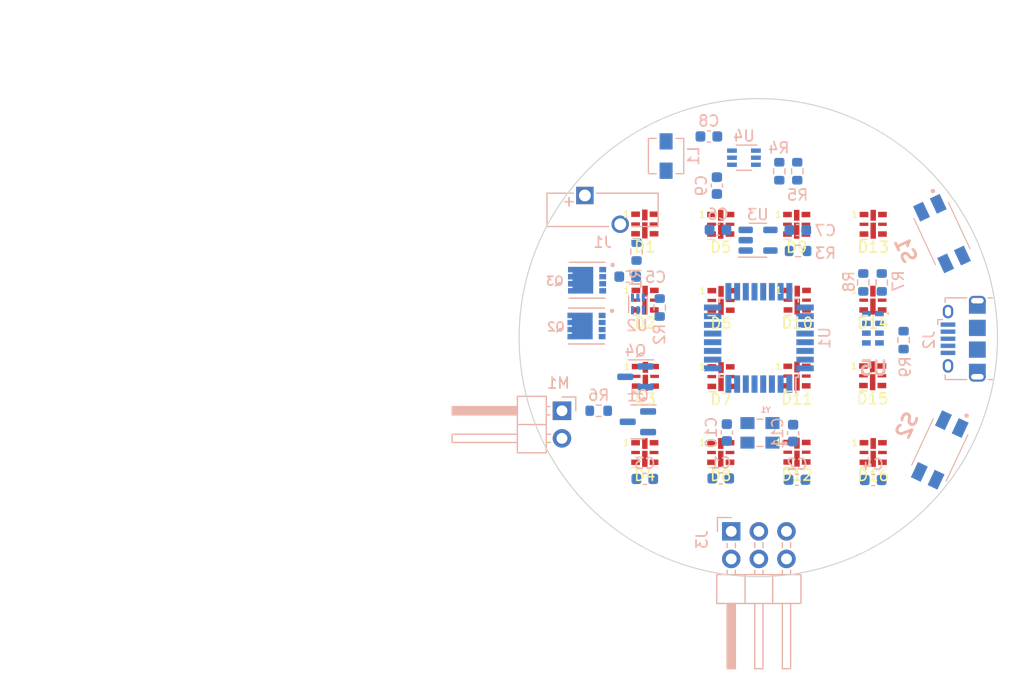
<source format=kicad_pcb>
(kicad_pcb (version 20211014) (generator pcbnew)
  (layers (0 "F.Cu" signal) (31 "B.Cu" signal) (34 "B.Paste" user) (35 "F.Paste" user) (36 "B.SilkS" user "B.Silkscreen") (37 "F.SilkS" user "F.Silkscreen") (38 "B.Mask" user) (39 "F.Mask" user) (44 "Edge.Cuts" user))
  (net 0 "")
  (net 1 "+4V")
  (net 2 "Net-(D1-Pad2)")
  (net 3 "Net-(D1-Pad3)")
  (net 4 "/LED_DIN")
  (net 5 "/LED_CLK")
  (net 6 "Net-(D1-Pad6)")
  (net 7 "Net-(D2-Pad2)")
  (net 8 "Net-(D2-Pad3)")
  (net 9 "Net-(D3-Pad2)")
  (net 10 "Net-(D3-Pad3)")
  (net 11 "Net-(D4-Pad2)")
  (net 12 "Net-(D4-Pad3)")
  (net 13 "Net-(D5-Pad2)")
  (net 14 "Net-(D5-Pad3)")
  (net 15 "Net-(D6-Pad2)")
  (net 16 "Net-(D6-Pad3)")
  (net 17 "Net-(D7-Pad2)")
  (net 18 "Net-(D7-Pad3)")
  (net 19 "Net-(D8-Pad2)")
  (net 20 "Net-(D8-Pad3)")
  (net 21 "Net-(D10-Pad5)")
  (net 22 "Net-(D10-Pad4)")
  (net 23 "Net-(D10-Pad2)")
  (net 24 "Net-(D10-Pad3)")
  (net 25 "Net-(D11-Pad2)")
  (net 26 "Net-(D11-Pad3)")
  (net 27 "Net-(D12-Pad2)")
  (net 28 "Net-(D12-Pad3)")
  (net 29 "Net-(D13-Pad2)")
  (net 30 "Net-(D13-Pad3)")
  (net 31 "Net-(D14-Pad2)")
  (net 32 "Net-(D14-Pad3)")
  (net 33 "Net-(D15-Pad2)")
  (net 34 "Net-(D15-Pad3)")
  (net 37 "/+BATT")
  (net 38 "Net-(R3-Pad2)")
  (net 39 "GND")
  (net 40 "Net-(L1-Pad1)")
  (net 42 "Net-(Q2-Pad4)")
  (net 43 "Net-(Q3-Pad4)")
  (net 44 "/-PACK")
  (net 45 "Net-(C5-Pad1)")
  (net 46 "/CS")
  (net 47 "/SideBt1")
  (net 48 "/SideBt2")
  (net 49 "/XTAL1")
  (net 50 "/XTAL2")
  (net 51 "/LEDSwitch")
  (net 52 "/MOSI")
  (net 53 "/SCK")
  (net 54 "/MISO")
  (net 55 "Net-(M1-Pad1)")
  (net 56 "Net-(M1-Pad2)")
  (net 57 "Net-(R2-Pad1)")
  (net 58 "Net-(R4-Pad2)")
  (net 60 "/CHARGE")
  (net 63 "/RTC_SDA")
  (net 64 "/RTC_SCL")
  (net 66 "/USB_D+")
  (net 67 "/USB_ID")
  (net 68 "/RTC_IRQ")
  (net 75 "Net-(Q2-Pad5)")
  (footprint "LED_SMD:LED-APA102-2020" (layer "F.Cu") (at 176.5565 82.5055)
    (fp_text reference "D14" (at 0 2.11) (layer "F.SilkS"))
    (fp_text value "LED")
    (fp_text user "1" (at -1.7 -0.9) (layer "F.SilkS") (effects (font (size 0.6 0.6) (thickness 0.1))))
    (pad "1" smd rect (at -0.85 -0.9) (size 0.8 0.5) (layers "F.Cu" "F.Paste" "F.Mask") (net 1 "+4V"))
    (pad "1" smd rect (at 0 -0.83 90) (size 1 0.5) (layers "F.Cu" "F.Paste" "F.Mask") (net 1 "+4V"))
    (pad "2" smd rect (at -0.85 0) (size 0.8 0.3) (layers "F.Cu" "F.Paste" "F.Mask") (net 31 "Net-(D14-Pad2)"))
    (pad "3" smd rect (at -0.85 0.9) (size 0.8 0.5) (layers "F.Cu" "F.Paste" "F.Mask") (net 32 "Net-(D14-Pad3)"))
    (pad "4" smd rect (at 0.85 0.9) (size 0.8 0.5) (layers "F.Cu" "F.Paste" "F.Mask") (net 30 "Net-(D13-Pad3)"))
    (pad "5" smd rect (at 0.85 0) (size 0.8 0.3) (layers "F.Cu" "F.Paste" "F.Mask") (net 29 "Net-(D13-Pad2)"))
    (pad "6" smd rect (at 0 0.59 90) (size 1.48 0.5) (layers "F.Cu" "F.Paste" "F.Mask") (net 6 "Net-(D1-Pad6)"))
    (pad "6" smd rect (at 0.85 -0.9) (size 0.8 0.5) (layers "F.Cu" "F.Paste" "F.Mask") (net 6 "Net-(D1-Pad6)"))
  )
  (footprint "LED_SMD:LED-APA102-2020" (layer "F.Cu") (at 176.5311 89.4651)
    (fp_text reference "D15" (at 0 2.11) (layer "F.SilkS"))
    (fp_text value "LED")
    (fp_text user "1" (at -1.7 -0.9) (layer "F.SilkS") (effects (font (size 0.6 0.6) (thickness 0.1))))
    (pad "1" smd rect (at 0 -0.83 90) (size 1 0.5) (layers "F.Cu" "F.Paste" "F.Mask") (net 1 "+4V"))
    (pad "1" smd rect (at -0.85 -0.9) (size 0.8 0.5) (layers "F.Cu" "F.Paste" "F.Mask") (net 1 "+4V"))
    (pad "2" smd rect (at -0.85 0) (size 0.8 0.3) (layers "F.Cu" "F.Paste" "F.Mask") (net 33 "Net-(D15-Pad2)"))
    (pad "3" smd rect (at -0.85 0.9) (size 0.8 0.5) (layers "F.Cu" "F.Paste" "F.Mask") (net 34 "Net-(D15-Pad3)"))
    (pad "4" smd rect (at 0.85 0.9) (size 0.8 0.5) (layers "F.Cu" "F.Paste" "F.Mask") (net 32 "Net-(D14-Pad3)"))
    (pad "5" smd rect (at 0.85 0) (size 0.8 0.3) (layers "F.Cu" "F.Paste" "F.Mask") (net 31 "Net-(D14-Pad2)"))
    (pad "6" smd rect (at 0.85 -0.9) (size 0.8 0.5) (layers "F.Cu" "F.Paste" "F.Mask") (net 6 "Net-(D1-Pad6)"))
    (pad "6" smd rect (at 0 0.59 90) (size 1.48 0.5) (layers "F.Cu" "F.Paste" "F.Mask") (net 6 "Net-(D1-Pad6)"))
  )
  (footprint "LED_SMD:LED-APA102-2020" (layer "F.Cu") (at 155.5761 75.4951)
    (fp_text reference "D1" (at 0 2.11) (layer "F.SilkS"))
    (fp_text value "LED")
    (fp_text user "1" (at -1.7 -0.9) (layer "F.SilkS") (effects (font (size 0.6 0.6) (thickness 0.1))))
    (pad "1" smd rect (at -0.85 -0.9) (size 0.8 0.5) (layers "F.Cu" "F.Paste" "F.Mask") (net 1 "+4V"))
    (pad "1" smd rect (at 0 -0.83 90) (size 1 0.5) (layers "F.Cu" "F.Paste" "F.Mask") (net 1 "+4V"))
    (pad "2" smd rect (at -0.85 0) (size 0.8 0.3) (layers "F.Cu" "F.Paste" "F.Mask") (net 2 "Net-(D1-Pad2)"))
    (pad "3" smd rect (at -0.85 0.9) (size 0.8 0.5) (layers "F.Cu" "F.Paste" "F.Mask") (net 3 "Net-(D1-Pad3)"))
    (pad "4" smd rect (at 0.85 0.9) (size 0.8 0.5) (layers "F.Cu" "F.Paste" "F.Mask") (net 4 "/LED_DIN"))
    (pad "5" smd rect (at 0.85 0) (size 0.8 0.3) (layers "F.Cu" "F.Paste" "F.Mask") (net 5 "/LED_CLK"))
    (pad "6" smd rect (at 0.85 -0.9) (size 0.8 0.5) (layers "F.Cu" "F.Paste" "F.Mask") (net 6 "Net-(D1-Pad6)"))
    (pad "6" smd rect (at 0 0.59 90) (size 1.48 0.5) (layers "F.Cu" "F.Paste" "F.Mask") (net 6 "Net-(D1-Pad6)"))
  )
  (footprint "LED_SMD:LED-APA102-2020" (layer "F.Cu") (at 162.5611 96.5263)
    (fp_text reference "D8" (at 0 2.11) (layer "F.SilkS"))
    (fp_text value "LED")
    (fp_text user "1" (at -1.7 -0.9) (layer "F.SilkS") (effects (font (size 0.6 0.6) (thickness 0.1))))
    (pad "1" smd rect (at -0.85 -0.9) (size 0.8 0.5) (layers "F.Cu" "F.Paste" "F.Mask") (net 1 "+4V"))
    (pad "1" smd rect (at 0 -0.83 90) (size 1 0.5) (layers "F.Cu" "F.Paste" "F.Mask") (net 1 "+4V"))
    (pad "2" smd rect (at -0.85 0) (size 0.8 0.3) (layers "F.Cu" "F.Paste" "F.Mask") (net 19 "Net-(D8-Pad2)"))
    (pad "3" smd rect (at -0.85 0.9) (size 0.8 0.5) (layers "F.Cu" "F.Paste" "F.Mask") (net 20 "Net-(D8-Pad3)"))
    (pad "4" smd rect (at 0.85 0.9) (size 0.8 0.5) (layers "F.Cu" "F.Paste" "F.Mask") (net 18 "Net-(D7-Pad3)"))
    (pad "5" smd rect (at 0.85 0) (size 0.8 0.3) (layers "F.Cu" "F.Paste" "F.Mask") (net 17 "Net-(D7-Pad2)"))
    (pad "6" smd rect (at 0.85 -0.9) (size 0.8 0.5) (layers "F.Cu" "F.Paste" "F.Mask") (net 6 "Net-(D1-Pad6)"))
    (pad "6" smd rect (at 0 0.59 90) (size 1.48 0.5) (layers "F.Cu" "F.Paste" "F.Mask") (net 6 "Net-(D1-Pad6)"))
  )
  (footprint "LED_SMD:LED-APA102-2020" (layer "F.Cu") (at 176.5819 75.5205)
    (fp_text reference "D13" (at 0 2.11) (layer "F.SilkS"))
    (fp_text value "LED")
    (fp_text user "1" (at -1.7 -0.9) (layer "F.SilkS") (effects (font (size 0.6 0.6) (thickness 0.1))))
    (pad "1" smd rect (at -0.85 -0.9) (size 0.8 0.5) (layers "F.Cu" "F.Paste" "F.Mask") (net 1 "+4V"))
    (pad "1" smd rect (at 0 -0.83 90) (size 1 0.5) (layers "F.Cu" "F.Paste" "F.Mask") (net 1 "+4V"))
    (pad "2" smd rect (at -0.85 0) (size 0.8 0.3) (layers "F.Cu" "F.Paste" "F.Mask") (net 29 "Net-(D13-Pad2)"))
    (pad "3" smd rect (at -0.85 0.9) (size 0.8 0.5) (layers "F.Cu" "F.Paste" "F.Mask") (net 30 "Net-(D13-Pad3)"))
    (pad "4" smd rect (at 0.85 0.9) (size 0.8 0.5) (layers "F.Cu" "F.Paste" "F.Mask") (net 28 "Net-(D12-Pad3)"))
    (pad "5" smd rect (at 0.85 0) (size 0.8 0.3) (layers "F.Cu" "F.Paste" "F.Mask") (net 27 "Net-(D12-Pad2)"))
    (pad "6" smd rect (at 0 0.59 90) (size 1.48 0.5) (layers "F.Cu" "F.Paste" "F.Mask") (net 6 "Net-(D1-Pad6)"))
    (pad "6" smd rect (at 0.85 -0.9) (size 0.8 0.5) (layers "F.Cu" "F.Paste" "F.Mask") (net 6 "Net-(D1-Pad6)"))
  )
  (footprint "LED_SMD:LED-APA102-2020" (layer "F.Cu") (at 169.5461 75.5205)
    (fp_text reference "D9" (at 0 2.11) (layer "F.SilkS"))
    (fp_text value "LED")
    (fp_text user "1" (at -1.7 -0.9) (layer "F.SilkS") (effects (font (size 0.6 0.6) (thickness 0.1))))
    (pad "1" smd rect (at -0.85 -0.9) (size 0.8 0.5) (layers "F.Cu" "F.Paste" "F.Mask") (net 1 "+4V"))
    (pad "1" smd rect (at 0 -0.83 90) (size 1 0.5) (layers "F.Cu" "F.Paste" "F.Mask") (net 1 "+4V"))
    (pad "2" smd rect (at -0.85 0) (size 0.8 0.3) (layers "F.Cu" "F.Paste" "F.Mask") (net 21 "Net-(D10-Pad5)"))
    (pad "3" smd rect (at -0.85 0.9) (size 0.8 0.5) (layers "F.Cu" "F.Paste" "F.Mask") (net 22 "Net-(D10-Pad4)"))
    (pad "4" smd rect (at 0.85 0.9) (size 0.8 0.5) (layers "F.Cu" "F.Paste" "F.Mask") (net 20 "Net-(D8-Pad3)"))
    (pad "5" smd rect (at 0.85 0) (size 0.8 0.3) (layers "F.Cu" "F.Paste" "F.Mask") (net 19 "Net-(D8-Pad2)"))
    (pad "6" smd rect (at 0 0.59 90) (size 1.48 0.5) (layers "F.Cu" "F.Paste" "F.Mask") (net 6 "Net-(D1-Pad6)"))
    (pad "6" smd rect (at 0.85 -0.9) (size 0.8 0.5) (layers "F.Cu" "F.Paste" "F.Mask") (net 6 "Net-(D1-Pad6)"))
  )
  (footprint "LED_SMD:LED-APA102-2020" (layer "F.Cu") (at 169.5715 89.4905)
    (fp_text reference "D11" (at 0 2.11) (layer "F.SilkS"))
    (fp_text value "LED")
    (fp_text user "1" (at -1.7 -0.9) (layer "F.SilkS") (effects (font (size 0.6 0.6) (thickness 0.1))))
    (pad "1" smd rect (at -0.85 -0.9) (size 0.8 0.5) (layers "F.Cu" "F.Paste" "F.Mask") (net 1 "+4V"))
    (pad "1" smd rect (at 0 -0.83 90) (size 1 0.5) (layers "F.Cu" "F.Paste" "F.Mask") (net 1 "+4V"))
    (pad "2" smd rect (at -0.85 0) (size 0.8 0.3) (layers "F.Cu" "F.Paste" "F.Mask") (net 25 "Net-(D11-Pad2)"))
    (pad "3" smd rect (at -0.85 0.9) (size 0.8 0.5) (layers "F.Cu" "F.Paste" "F.Mask") (net 26 "Net-(D11-Pad3)"))
    (pad "4" smd rect (at 0.85 0.9) (size 0.8 0.5) (layers "F.Cu" "F.Paste" "F.Mask") (net 24 "Net-(D10-Pad3)"))
    (pad "5" smd rect (at 0.85 0) (size 0.8 0.3) (layers "F.Cu" "F.Paste" "F.Mask") (net 23 "Net-(D10-Pad2)"))
    (pad "6" smd rect (at 0 0.59 90) (size 1.48 0.5) (layers "F.Cu" "F.Paste" "F.Mask") (net 6 "Net-(D1-Pad6)"))
    (pad "6" smd rect (at 0.85 -0.9) (size 0.8 0.5) (layers "F.Cu" "F.Paste" "F.Mask") (net 6 "Net-(D1-Pad6)"))
  )
  (footprint "LED_SMD:LED-APA102-2020" (layer "F.Cu") (at 155.6015 82.5055)
    (fp_text reference "D2" (at 0 2.11) (layer "F.SilkS"))
    (fp_text value "LED")
    (fp_text user "1" (at -1.7 -0.9) (layer "F.SilkS") (effects (font (size 0.6 0.6) (thickness 0.1))))
    (pad "1" smd rect (at -0.85 -0.9) (size 0.8 0.5) (layers "F.Cu" "F.Paste" "F.Mask") (net 1 "+4V"))
    (pad "1" smd rect (at 0 -0.83 90) (size 1 0.5) (layers "F.Cu" "F.Paste" "F.Mask") (net 1 "+4V"))
    (pad "2" smd rect (at -0.85 0) (size 0.8 0.3) (layers "F.Cu" "F.Paste" "F.Mask") (net 7 "Net-(D2-Pad2)"))
    (pad "3" smd rect (at -0.85 0.9) (size 0.8 0.5) (layers "F.Cu" "F.Paste" "F.Mask") (net 8 "Net-(D2-Pad3)"))
    (pad "4" smd rect (at 0.85 0.9) (size 0.8 0.5) (layers "F.Cu" "F.Paste" "F.Mask") (net 3 "Net-(D1-Pad3)"))
    (pad "5" smd rect (at 0.85 0) (size 0.8 0.3) (layers "F.Cu" "F.Paste" "F.Mask") (net 2 "Net-(D1-Pad2)"))
    (pad "6" smd rect (at 0.85 -0.9) (size 0.8 0.5) (layers "F.Cu" "F.Paste" "F.Mask") (net 6 "Net-(D1-Pad6)"))
    (pad "6" smd rect (at 0 0.59 90) (size 1.48 0.5) (layers "F.Cu" "F.Paste" "F.Mask") (net 6 "Net-(D1-Pad6)"))
  )
  (footprint "LED_SMD:LED-APA102-2020" (layer "F.Cu") (at 162.5865 82.5309)
    (fp_text reference "D6" (at 0 2.11) (layer "F.SilkS"))
    (fp_text value "LED")
    (fp_text user "1" (at -1.7 -0.9) (layer "F.SilkS") (effects (font (size 0.6 0.6) (thickness 0.1))))
    (pad "1" smd rect (at -0.85 -0.9) (size 0.8 0.5) (layers "F.Cu" "F.Paste" "F.Mask") (net 1 "+4V"))
    (pad "1" smd rect (at 0 -0.83 90) (size 1 0.5) (layers "F.Cu" "F.Paste" "F.Mask") (net 1 "+4V"))
    (pad "2" smd rect (at -0.85 0) (size 0.8 0.3) (layers "F.Cu" "F.Paste" "F.Mask") (net 15 "Net-(D6-Pad2)"))
    (pad "3" smd rect (at -0.85 0.9) (size 0.8 0.5) (layers "F.Cu" "F.Paste" "F.Mask") (net 16 "Net-(D6-Pad3)"))
    (pad "4" smd rect (at 0.85 0.9) (size 0.8 0.5) (layers "F.Cu" "F.Paste" "F.Mask") (net 14 "Net-(D5-Pad3)"))
    (pad "5" smd rect (at 0.85 0) (size 0.8 0.3) (layers "F.Cu" "F.Paste" "F.Mask") (net 13 "Net-(D5-Pad2)"))
    (pad "6" smd rect (at 0 0.59 90) (size 1.48 0.5) (layers "F.Cu" "F.Paste" "F.Mask") (net 6 "Net-(D1-Pad6)"))
    (pad "6" smd rect (at 0.85 -0.9) (size 0.8 0.5) (layers "F.Cu" "F.Paste" "F.Mask") (net 6 "Net-(D1-Pad6)"))
  )
  (footprint "LED_SMD:LED-APA102-2020" (layer "F.Cu") (at 169.5969 82.5055)
    (fp_text reference "D10" (at 0 2.11) (layer "F.SilkS"))
    (fp_text value "LED")
    (fp_text user "1" (at -1.7 -0.9) (layer "F.SilkS") (effects (font (size 0.6 0.6) (thickness 0.1))))
    (pad "1" smd rect (at -0.85 -0.9) (size 0.8 0.5) (layers "F.Cu" "F.Paste" "F.Mask") (net 1 "+4V"))
    (pad "1" smd rect (at 0 -0.83 90) (size 1 0.5) (layers "F.Cu" "F.Paste" "F.Mask") (net 1 "+4V"))
    (pad "2" smd rect (at -0.85 0) (size 0.8 0.3) (layers "F.Cu" "F.Paste" "F.Mask") (net 23 "Net-(D10-Pad2)"))
    (pad "3" smd rect (at -0.85 0.9) (size 0.8 0.5) (layers "F.Cu" "F.Paste" "F.Mask") (net 24 "Net-(D10-Pad3)"))
    (pad "4" smd rect (at 0.85 0.9) (size 0.8 0.5) (layers "F.Cu" "F.Paste" "F.Mask") (net 22 "Net-(D10-Pad4)"))
    (pad "5" smd rect (at 0.85 0) (size 0.8 0.3) (layers "F.Cu" "F.Paste" "F.Mask") (net 21 "Net-(D10-Pad5)"))
    (pad "6" smd rect (at 0 0.59 90) (size 1.48 0.5) (layers "F.Cu" "F.Paste" "F.Mask") (net 6 "Net-(D1-Pad6)"))
    (pad "6" smd rect (at 0.85 -0.9) (size 0.8 0.5) (layers "F.Cu" "F.Paste" "F.Mask") (net 6 "Net-(D1-Pad6)"))
  )
  (footprint "LED_SMD:LED-APA102-2020" (layer "F.Cu") (at 162.5865 89.5413)
    (fp_text reference "D7" (at 0 2.11) (layer "F.SilkS"))
    (fp_text value "LED")
    (fp_text user "1" (at -1.7 -0.9) (layer "F.SilkS") (effects (font (size 0.6 0.6) (thickness 0.1))))
    (pad "1" smd rect (at 0 -0.83 90) (size 1 0.5) (layers "F.Cu" "F.Paste" "F.Mask") (net 1 "+4V"))
    (pad "1" smd rect (at -0.85 -0.9) (size 0.8 0.5) (layers "F.Cu" "F.Paste" "F.Mask") (net 1 "+4V"))
    (pad "2" smd rect (at -0.85 0) (size 0.8 0.3) (layers "F.Cu" "F.Paste" "F.Mask") (net 17 "Net-(D7-Pad2)"))
    (pad "3" smd rect (at -0.85 0.9) (size 0.8 0.5) (layers "F.Cu" "F.Paste" "F.Mask") (net 18 "Net-(D7-Pad3)"))
    (pad "4" smd rect (at 0.85 0.9) (size 0.8 0.5) (layers "F.Cu" "F.Paste" "F.Mask") (net 16 "Net-(D6-Pad3)"))
    (pad "5" smd rect (at 0.85 0) (size 0.8 0.3) (layers "F.Cu" "F.Paste" "F.Mask") (net 15 "Net-(D6-Pad2)"))
    (pad "6" smd rect (at 0 0.59 90) (size 1.48 0.5) (layers "F.Cu" "F.Paste" "F.Mask") (net 6 "Net-(D1-Pad6)"))
    (pad "6" smd rect (at 0.85 -0.9) (size 0.8 0.5) (layers "F.Cu" "F.Paste" "F.Mask") (net 6 "Net-(D1-Pad6)"))
  )
  (footprint "LED_SMD:LED-APA102-2020" (layer "F.Cu") (at 162.5611 75.5205)
    (fp_text reference "D5" (at 0 2.11) (layer "F.SilkS"))
    (fp_text value "LED")
    (fp_text user "1" (at -1.7 -0.9) (layer "F.SilkS") (effects (font (size 0.6 0.6) (thickness 0.1))))
    (pad "1" smd rect (at -0.85 -0.9) (size 0.8 0.5) (layers "F.Cu" "F.Paste" "F.Mask") (net 1 "+4V"))
    (pad "1" smd rect (at 0 -0.83 90) (size 1 0.5) (layers "F.Cu" "F.Paste" "F.Mask") (net 1 "+4V"))
    (pad "2" smd rect (at -0.85 0) (size 0.8 0.3) (layers "F.Cu" "F.Paste" "F.Mask") (net 13 "Net-(D5-Pad2)"))
    (pad "3" smd rect (at -0.85 0.9) (size 0.8 0.5) (layers "F.Cu" "F.Paste" "F.Mask") (net 14 "Net-(D5-Pad3)"))
    (pad "4" smd rect (at 0.85 0.9) (size 0.8 0.5) (layers "F.Cu" "F.Paste" "F.Mask") (net 12 "Net-(D4-Pad3)"))
    (pad "5" smd rect (at 0.85 0) (size 0.8 0.3) (layers "F.Cu" "F.Paste" "F.Mask") (net 11 "Net-(D4-Pad2)"))
    (pad "6" smd rect (at 0.85 -0.9) (size 0.8 0.5) (layers "F.Cu" "F.Paste" "F.Mask") (net 6 "Net-(D1-Pad6)"))
    (pad "6" smd rect (at 0 0.59 90) (size 1.48 0.5) (layers "F.Cu" "F.Paste" "F.Mask") (net 6 "Net-(D1-Pad6)"))
  )
  (footprint "LED_SMD:LED-APA102-2020" (layer "F.Cu") (at 169.5715 96.5009)
    (fp_text reference "D12" (at 0 2.11) (layer "F.SilkS"))
    (fp_text value "LED")
    (fp_text user "1" (at -1.7 -0.9) (layer "F.SilkS") (effects (font (size 0.6 0.6) (thickness 0.1))))
    (pad "1" smd rect (at -0.85 -0.9) (size 0.8 0.5) (layers "F.Cu" "F.Paste" "F.Mask") (net 1 "+4V"))
    (pad "1" smd rect (at 0 -0.83 90) (size 1 0.5) (layers "F.Cu" "F.Paste" "F.Mask") (net 1 "+4V"))
    (pad "2" smd rect (at -0.85 0) (size 0.8 0.3) (layers "F.Cu" "F.Paste" "F.Mask") (net 27 "Net-(D12-Pad2)"))
    (pad "3" smd rect (at -0.85 0.9) (size 0.8 0.5) (layers "F.Cu" "F.Paste" "F.Mask") (net 28 "Net-(D12-Pad3)"))
    (pad "4" smd rect (at 0.85 0.9) (size 0.8 0.5) (layers "F.Cu" "F.Paste" "F.Mask") (net 26 "Net-(D11-Pad3)"))
    (pad "5" smd rect (at 0.85 0) (size 0.8 0.3) (layers "F.Cu" "F.Paste" "F.Mask") (net 25 "Net-(D11-Pad2)"))
    (pad "6" smd rect (at 0.85 -0.9) (size 0.8 0.5) (layers "F.Cu" "F.Paste" "F.Mask") (net 6 "Net-(D1-Pad6)"))
    (pad "6" smd rect (at 0 0.59 90) (size 1.48 0.5) (layers "F.Cu" "F.Paste" "F.Mask") (net 6 "Net-(D1-Pad6)"))
  )
  (footprint "LED_SMD:LED-APA102-2020" (layer "F.Cu") (at 155.6269 89.5159)
    (fp_text reference "D3" (at 0 2.11) (layer "F.SilkS"))
    (fp_text value "LED")
    (fp_text user "1" (at -1.7 -0.9) (layer "F.SilkS") (effects (font (size 0.6 0.6) (thickness 0.1))))
    (pad "1" smd rect (at 0 -0.83 90) (size 1 0.5) (layers "F.Cu" "F.Paste" "F.Mask") (net 1 "+4V"))
    (pad "1" smd rect (at -0.85 -0.9) (size 0.8 0.5) (layers "F.Cu" "F.Paste" "F.Mask") (net 1 "+4V"))
    (pad "2" smd rect (at -0.85 0) (size 0.8 0.3) (layers "F.Cu" "F.Paste" "F.Mask") (net 9 "Net-(D3-Pad2)"))
    (pad "3" smd rect (at -0.85 0.9) (size 0.8 0.5) (layers "F.Cu" "F.Paste" "F.Mask") (net 10 "Net-(D3-Pad3)"))
    (pad "4" smd rect (at 0.85 0.9) (size 0.8 0.5) (layers "F.Cu" "F.Paste" "F.Mask") (net 8 "Net-(D2-Pad3)"))
    (pad "5" smd rect (at 0.85 0) (size 0.8 0.3) (layers "F.Cu" "F.Paste" "F.Mask") (net 7 "Net-(D2-Pad2)"))
    (pad "6" smd rect (at 0 0.59 90) (size 1.48 0.5) (layers "F.Cu" "F.Paste" "F.Mask") (net 6 "Net-(D1-Pad6)"))
    (pad "6" smd rect (at 0.85 -0.9) (size 0.8 0.5) (layers "F.Cu" "F.Paste" "F.Mask") (net 6 "Net-(D1-Pad6)"))
  )
  (footprint "LED_SMD:LED-APA102-2020" (layer "F.Cu") (at 155.5761 96.5263)
    (fp_text reference "D4" (at 0 2.11) (layer "F.SilkS"))
    (fp_text value "LED")
    (fp_text user "1" (at -1.7 -0.9) (layer "F.SilkS") (effects (font (size 0.6 0.6) (thickness 0.1))))
    (pad "1" smd rect (at -0.85 -0.9) (size 0.8 0.5) (layers "F.Cu" "F.Paste" "F.Mask") (net 1 "+4V"))
    (pad "1" smd rect (at 0 -0.83 90) (size 1 0.5) (layers "F.Cu" "F.Paste" "F.Mask") (net 1 "+4V"))
    (pad "2" smd rect (at -0.85 0) (size 0.8 0.3) (layers "F.Cu" "F.Paste" "F.Mask") (net 11 "Net-(D4-Pad2)"))
    (pad "3" smd rect (at -0.85 0.9) (size 0.8 0.5) (layers "F.Cu" "F.Paste" "F.Mask") (net 12 "Net-(D4-Pad3)"))
    (pad "4" smd rect (at 0.85 0.9) (size 0.8 0.5) (layers "F.Cu" "F.Paste" "F.Mask") (net 10 "Net-(D3-Pad3)"))
    (pad "5" smd rect (at 0.85 0) (size 0.8 0.3) (layers "F.Cu" "F.Paste" "F.Mask") (net 9 "Net-(D3-Pad2)"))
    (pad "6" smd rect (at 0 0.59 90) (size 1.48 0.5) (layers "F.Cu" "F.Paste" "F.Mask") (net 6 "Net-(D1-Pad6)"))
    (pad "6" smd rect (at 0.85 -0.9) (size 0.8 0.5) (layers "F.Cu" "F.Paste" "F.Mask") (net 6 "Net-(D1-Pad6)"))
  )
  (footprint "LED_SMD:LED-APA102-2020" (layer "F.Cu") (at 176.5819 96.5263)
    (fp_text reference "D16" (at 0 2.11) (layer "F.SilkS"))
    (fp_text value "LED")
    (fp_text user "1" (at -1.7 -0.9) (layer "F.SilkS") (effects (font (size 0.6 0.6) (thickness 0.1))))
    (pad "1" smd rect (at 0 -0.83 90) (size 1 0.5) (layers "F.Cu" "F.Paste" "F.Mask") (net 1 "+4V"))
    (pad "1" smd rect (at -0.85 -0.9) (size 0.8 0.5) (layers "F.Cu" "F.Paste" "F.Mask") (net 1 "+4V"))
    (pad "2" smd rect (at -0.85 0) (size 0.8 0.3) (layers "F.Cu" "F.Paste" "F.Mask"))
    (pad "3" smd rect (at -0.85 0.9) (size 0.8 0.5) (layers "F.Cu" "F.Paste" "F.Mask"))
    (pad "4" smd rect (at 0.85 0.9) (size 0.8 0.5) (layers "F.Cu" "F.Paste" "F.Mask") (net 34 "Net-(D15-Pad3)"))
    (pad "5" smd rect (at 0.85 0) (size 0.8 0.3) (layers "F.Cu" "F.Paste" "F.Mask") (net 33 "Net-(D15-Pad2)"))
    (pad "6" smd rect (at 0.85 -0.9) (size 0.8 0.5) (layers "F.Cu" "F.Paste" "F.Mask") (net 6 "Net-(D1-Pad6)"))
    (pad "6" smd rect (at 0 0.59 90) (size 1.48 0.5) (layers "F.Cu" "F.Paste" "F.Mask") (net 6 "Net-(D1-Pad6)"))
  )
  (footprint "Capacitor_SMD:C_0603_1608Metric" (layer "B.Cu") (at 155.575 98.9584 180)
    (fp_text reference "C3" (at 0 1.43) (layer "B.SilkS") (effects (justify mirror)))
    (fp_text value "10u")
    (pad "1" smd roundrect (at -0.775 0 180) (size 0.9 0.95) (layers "B.Cu" "B.Paste" "B.Mask") (net 1 "+4V"))
    (pad "2" smd roundrect (at 0.775 0 180) (size 0.9 0.95) (layers "B.Cu" "B.Paste" "B.Mask") (net 39 "GND"))
  )
  (footprint "Resistor_SMD:R_0603_1608Metric" (layer "B.Cu") (at 151.3332 92.6846 180)
    (fp_text reference "R6" (at 0 1.43) (layer "B.SilkS") (effects (justify mirror)))
    (fp_text value "30R")
    (pad "1" smd roundrect (at -0.825 0 180) (size 0.8 0.95) (layers "B.Cu" "B.Paste" "B.Mask") (net 1 "+4V"))
    (pad "2" smd roundrect (at 0.825 0 180) (size 0.8 0.95) (layers "B.Cu" "B.Paste" "B.Mask") (net 55 "Net-(M1-Pad1)"))
  )
  (footprint "Resistor_SMD:R_0603_1608Metric" (layer "B.Cu") (at 169.672 77.978 180)
    (fp_text reference "R3" (at -2.5146 -0.2032) (layer "B.SilkS") (effects (justify mirror)))
    (fp_text value "3k3")
    (pad "1" smd roundrect (at -0.825 0 180) (size 0.8 0.95) (layers "B.Cu" "B.Paste" "B.Mask") (net 39 "GND"))
    (pad "2" smd roundrect (at 0.825 0 180) (size 0.8 0.95) (layers "B.Cu" "B.Paste" "B.Mask") (net 38 "Net-(R3-Pad2)"))
  )
  (footprint "Connector_USB:USB_Micro-B_Amphenol_10118194_Horizontal" (layer "B.Cu") (at 184.8612 86.0552 -90)
    (fp_text reference "J2" (at 0.127 3.1496 90) (layer "B.SilkS") (effects (justify mirror)))
    (fp_text value "USB_B_Micro")
    (pad "1" smd rect (at -1.3 1.4 270) (size 0.4 1.35) (layers "B.Cu" "B.Paste" "B.Mask") (net 60 "/CHARGE"))
    (pad "2" smd rect (at -0.65 1.4 270) (size 0.4 1.35) (layers "B.Cu" "B.Paste" "B.Mask") (net 46 "/CS"))
    (pad "3" smd rect (at 0 1.4 270) (size 0.4 1.35) (layers "B.Cu" "B.Paste" "B.Mask") (net 66 "/USB_D+"))
    (pad "4" smd rect (at 0.65 1.4 270) (size 0.4 1.35) (layers "B.Cu" "B.Paste" "B.Mask") (net 67 "/USB_ID"))
    (pad "5" smd rect (at 1.3 1.4 270) (size 0.4 1.35) (layers "B.Cu" "B.Paste" "B.Mask") (net 39 "GND"))
    (pad "6" thru_hole oval (at -3.5 -1.3 270) (size 0.89 1.55) (drill oval 0.5 1.15) (layers *.Cu *.Mask) (net 39 "GND"))
    (pad "6" thru_hole oval (at 3.5 -1.3 270) (size 0.89 1.55) (drill oval 0.5 1.15) (layers *.Cu *.Mask) (net 39 "GND"))
    (pad "6" smd rect (at -2.9 -1.3 270) (size 1.2 1.55) (layers "B.Cu" "B.Paste" "B.Mask") (net 39 "GND"))
    (pad "6" smd rect (at 1 -1.3 270) (size 1.5 1.55) (layers "B.Cu" "B.Paste" "B.Mask") (net 39 "GND"))
    (pad "6" thru_hole oval (at 2.5 1.4 270) (size 1.25 0.95) (drill oval 0.85 0.55) (layers *.Cu *.Mask) (net 39 "GND"))
    (pad "6" smd rect (at -1 -1.3 270) (size 1.5 1.55) (layers "B.Cu" "B.Paste" "B.Mask") (net 39 "GND"))
    (pad "6" thru_hole oval (at -2.5 1.4 270) (size 1.25 0.95) (drill oval 0.85 0.55) (layers *.Cu *.Mask) (net 39 "GND"))
    (pad "6" smd rect (at 2.9 -1.3 270) (size 1.2 1.55) (layers "B.Cu" "B.Paste" "B.Mask") (net 39 "GND"))
  )
  (footprint "Capacitor_SMD:C_0603_1608Metric" (layer "B.Cu") (at 162.56 98.9076 180)
    (fp_text reference "C1" (at 0 1.43) (layer "B.SilkS") (effects (justify mirror)))
    (fp_text value "10u")
    (pad "1" smd roundrect (at -0.775 0 180) (size 0.9 0.95) (layers "B.Cu" "B.Paste" "B.Mask") (net 1 "+4V"))
    (pad "2" smd roundrect (at 0.775 0 180) (size 0.9 0.95) (layers "B.Cu" "B.Paste" "B.Mask") (net 39 "GND"))
  )
  (footprint "Capacitor_SMD:C_0603_1608Metric" (layer "B.Cu") (at 163.1188 94.6912 -90)
    (fp_text reference "C10" (at 0 1.43 90) (layer "B.SilkS") (effects (justify mirror)))
    (fp_text value "22p")
    (pad "1" smd roundrect (at -0.775 0 270) (size 0.9 0.95) (layers "B.Cu" "B.Paste" "B.Mask") (net 50 "/XTAL2"))
    (pad "2" smd roundrect (at 0.775 0 270) (size 0.9 0.95) (layers "B.Cu" "B.Paste" "B.Mask") (net 39 "GND"))
  )
  (footprint "CSD16406Q3:TRANS_CSD16406Q3" (layer "B.Cu") (at 150.2664 80.6704 180)
    (fp_text reference "Q3" (at 2.9718 -0.0762) (layer "B.SilkS") (effects (font (size 0.8 0.8)) (justify mirror)))
    (fp_text value "CSD16406Q3")
    (pad "1" smd rect (at -1.435 0.975 180) (size 0.63 0.5) (layers "B.Cu" "B.Mask") (net 44 "/-PACK"))
    (pad "2" smd rect (at -1.435 0.325 180) (size 0.63 0.5) (layers "B.Cu" "B.Mask") (net 44 "/-PACK"))
    (pad "3" smd rect (at -1.435 -0.325 180) (size 0.63 0.5) (layers "B.Cu" "B.Mask") (net 44 "/-PACK"))
    (pad "4" smd rect (at -1.435 -0.975 180) (size 0.63 0.5) (layers "B.Cu" "B.Mask") (net 43 "Net-(Q3-Pad4)"))
    (pad "5" smd custom (at 1.435 -0.975 180) (size 0.63 0.5) (layers "B.Cu") (net 75 "Net-(Q2-Pad5)") (options (clearance outline) (anchor rect)) (primitives (gr_poly (pts (xy 0.315 2.2) (xy 0.315 1.7) (xy -0.095 1.7) (xy -0.095 1.55) (xy 0.315 1.55) (xy 0.315 1.05) (xy -0.095 1.05) (xy -0.095 0.9) (xy 0.315 0.9) (xy 0.315 0.4) (xy -0.095 0.4) (xy -0.095 0.25) (xy 0.315 0.25) (xy 0.315 -0.25) (xy -1.995 -0.25) (xy -1.995 2.2)) (width 0.01) (fill yes))))
    (pad "6" smd rect (at 1.435 -0.325 180) (size 0.63 0.5) (layers "B.Cu") (net 75 "Net-(Q2-Pad5)"))
    (pad "7" smd rect (at 1.435 0.325 180) (size 0.63 0.5) (layers "B.Cu") (net 75 "Net-(Q2-Pad5)"))
    (pad "8" smd rect (at 1.435 0.975 180) (size 0.63 0.5) (layers "B.Cu") (net 75 "Net-(Q2-Pad5)"))
  )
  (footprint "Package_TO_SOT_SMD:SOT-23" (layer "B.Cu") (at 154.7114 89.5604 180)
    (fp_text reference "Q4" (at 0 2.4) (layer "B.SilkS") (effects (justify mirror)))
    (fp_text value "NTR4501NT1G")
    (pad "1" smd roundrect (at -0.9375 0.95 180) (size 1.475 0.6) (layers "B.Cu" "B.Paste" "B.Mask") (net 54 "/MISO"))
    (pad "2" smd roundrect (at -0.9375 -0.95 180) (size 1.475 0.6) (layers "B.Cu" "B.Paste" "B.Mask") (net 39 "GND"))
    (pad "3" smd roundrect (at 0.9375 0 180) (size 1.475 0.6) (layers "B.Cu" "B.Paste" "B.Mask") (net 56 "Net-(M1-Pad2)"))
  )
  (footprint "Resistor_SMD:R_0603_1608Metric" (layer "B.Cu") (at 177.3682 80.8736 -90)
    (fp_text reference "R7" (at -0.127 -1.524 90) (layer "B.SilkS") (effects (justify mirror)))
    (fp_text value "10k")
    (pad "1" smd roundrect (at -0.825 0 270) (size 0.8 0.95) (layers "B.Cu" "B.Paste" "B.Mask") (net 1 "+4V"))
    (pad "2" smd roundrect (at 0.825 0 270) (size 0.8 0.95) (layers "B.Cu" "B.Paste" "B.Mask") (net 63 "/RTC_SDA"))
  )
  (footprint "Capacitor_SMD:C_0603_1608Metric" (layer "B.Cu") (at 162.306 76.0222 180)
    (fp_text reference "C6" (at 0 1.43) (layer "B.SilkS") (effects (justify mirror)))
    (fp_text value "10uF")
    (pad "1" smd roundrect (at -0.775 0 180) (size 0.9 0.95) (layers "B.Cu" "B.Paste" "B.Mask") (net 37 "/+BATT"))
    (pad "2" smd roundrect (at 0.775 0 180) (size 0.9 0.95) (layers "B.Cu" "B.Paste" "B.Mask") (net 39 "GND"))
  )
  (footprint "Resistor_SMD:R_0603_1608Metric" (layer "B.Cu") (at 179.3748 86.1822 -90)
    (fp_text reference "R9" (at 2.4638 -0.1524 90) (layer "B.SilkS") (effects (justify mirror)))
    (fp_text value "10k")
    (pad "1" smd roundrect (at -0.825 0 270) (size 0.8 0.95) (layers "B.Cu" "B.Paste" "B.Mask") (net 1 "+4V"))
    (pad "2" smd roundrect (at 0.825 0 270) (size 0.8 0.95) (layers "B.Cu" "B.Paste" "B.Mask") (net 46 "/CS"))
  )
  (footprint "EVQPUC02K:EVQPUC02K" (layer "B.Cu") (at 182.9054 76.3778 115)
    (fp_text reference "S1" (at 0.058762 -3.672004 295) (layer "B.SilkS") (effects (font (size 1.27 1.27) (thickness 0.254)) (justify mirror)))
    (fp_text value "EVQPUC02K" hide)
    (pad "1" smd rect locked (at 2.625 0.85 25) (size 1 1.55) (layers "B.Cu" "B.Paste" "B.Mask"))
    (pad "2" smd rect locked (at 2.625 -0.85 25) (size 1 1.55) (layers "B.Cu" "B.Paste" "B.Mask") (net 39 "GND"))
    (pad "3" smd rect locked (at -2.625 -0.85 25) (size 1 1.55) (layers "B.Cu" "B.Paste" "B.Mask"))
    (pad "4" smd rect locked (at -2.625 0.85 25) (size 1 1.55) (layers "B.Cu" "B.Paste" "B.Mask") (net 47 "/SideBt1"))
  )
  (footprint "Capacitor_SMD:C_0603_1608Metric" (layer "B.Cu") (at 154.0002 80.3402 180)
    (fp_text reference "C5" (at -2.5654 -0.0508) (layer "B.SilkS") (effects (justify mirror)))
    (fp_text value "0.1uF")
    (pad "1" smd roundrect (at -0.775 0 180) (size 0.9 0.95) (layers "B.Cu" "B.Paste" "B.Mask") (net 45 "Net-(C5-Pad1)"))
    (pad "2" smd roundrect (at 0.775 0 180) (size 0.9 0.95) (layers "B.Cu" "B.Paste" "B.Mask") (net 44 "/-PACK"))
  )
  (footprint "Capacitor_SMD:C_0603_1608Metric" (layer "B.Cu") (at 176.5808 99.06 180)
    (fp_text reference "C4" (at 0 1.43) (layer "B.SilkS") (effects (justify mirror)))
    (fp_text value "10u")
    (pad "1" smd roundrect (at -0.775 0 180) (size 0.9 0.95) (layers "B.Cu" "B.Paste" "B.Mask") (net 1 "+4V"))
    (pad "2" smd roundrect (at 0.775 0 180) (size 0.9 0.95) (layers "B.Cu" "B.Paste" "B.Mask") (net 39 "GND"))
  )
  (footprint "Capacitor_SMD:C_0603_1608Metric" (layer "B.Cu") (at 169.5704 99.0346 180)
    (fp_text reference "C2" (at 0 1.43) (layer "B.SilkS") (effects (justify mirror)))
    (fp_text value "10u")
    (pad "1" smd roundrect (at -0.775 0 180) (size 0.9 0.95) (layers "B.Cu" "B.Paste" "B.Mask") (net 1 "+4V"))
    (pad "2" smd roundrect (at 0.775 0 180) (size 0.9 0.95) (layers "B.Cu" "B.Paste" "B.Mask") (net 39 "GND"))
  )
  (footprint "Connector_PinHeader_2.54mm:PinHeader_1x02_P2.54mm_Horizontal" (layer "B.Cu") (at 147.955 92.6846 180)
    (fp_text reference "M1" (at 0.3302 2.54) (layer "B.SilkS") (effects (justify mirror)))
    (fp_text value "Motor_DC")
    (pad "1" thru_hole rect (at 0 0 180) (size 1.7 1.7) (drill 1) (layers *.Cu *.Mask) (net 55 "Net-(M1-Pad1)"))
    (pad "2" thru_hole oval (at 0 -2.54 180) (size 1.7 1.7) (drill 1) (layers *.Cu *.Mask) (net 56 "Net-(M1-Pad2)"))
  )
  (footprint "Capacitor_SMD:C_0603_1608Metric" (layer "B.Cu") (at 169.6466 76.0476)
    (fp_text reference "C7" (at 2.54 0.0508) (layer "B.SilkS") (effects (justify mirror)))
    (fp_text value "10uF")
    (pad "1" smd roundrect (at -0.775 0) (size 0.9 0.95) (layers "B.Cu" "B.Paste" "B.Mask") (net 60 "/CHARGE"))
    (pad "2" smd roundrect (at 0.775 0) (size 0.9 0.95) (layers "B.Cu" "B.Paste" "B.Mask") (net 39 "GND"))
  )
  (footprint "Package_SON:WSON-6_1.5x1.5mm_P0.5mm" (layer "B.Cu") (at 154.94 82.8548 90)
    (fp_text reference "U2" (at -1.9812 -0.0762 180) (layer "B.SilkS") (effects (justify mirror)))
    (fp_text value "BQ297xy" hide)
    (pad "1" smd rect (at -0.525 0.5 180) (size 0.28 0.85) (layers "B.Cu" "B.Paste" "B.Mask"))
    (pad "2" smd rect (at -0.575 0 180) (size 0.28 0.75) (layers "B.Cu" "B.Paste" "B.Mask") (net 42 "Net-(Q2-Pad4)"))
    (pad "3" smd rect (at -0.575 -0.5 180) (size 0.28 0.75) (layers "B.Cu" "B.Paste" "B.Mask") (net 43 "Net-(Q3-Pad4)"))
    (pad "4" smd rect (at 0.575 -0.5 180) (size 0.28 0.75) (layers "B.Cu" "B.Paste" "B.Mask") (net 44 "/-PACK"))
    (pad "5" smd rect (at 0.575 0 180) (size 0.28 0.75) (layers "B.Cu" "B.Paste" "B.Mask") (net 45 "Net-(C5-Pad1)"))
    (pad "6" smd rect (at 0.575 0.5 180) (size 0.28 0.75) (layers "B.Cu" "B.Paste" "B.Mask") (net 57 "Net-(R2-Pad1)"))
  )
  (footprint "Package_TO_SOT_SMD:SOT-23" (layer "B.Cu") (at 154.94 93.7006 180)
    (fp_text reference "Q1" (at 0 2.4) (layer "B.SilkS") (effects (justify mirror)))
    (fp_text value "NTR4501NT1G" hide)
    (pad "1" smd roundrect (at -0.9375 0.95 180) (size 1.475 0.6) (layers "B.Cu" "B.Paste" "B.Mask") (net 51 "/LEDSwitch"))
    (pad "2" smd roundrect (at -0.9375 -0.95 180) (size 1.475 0.6) (layers "B.Cu" "B.Paste" "B.Mask") (net 39 "GND"))
    (pad "3" smd roundrect (at 0.9375 0 180) (size 1.475 0.6) (layers "B.Cu" "B.Paste" "B.Mask") (net 6 "Net-(D1-Pad6)"))
  )
  (footprint "Inductor_SMD:L_Vishay_IHLP-1212" (layer "B.Cu") (at 157.5308 69.2404 90)
    (fp_text reference "L1" (at 0 2.524 90) (layer "B.SilkS") (effects (justify mirror)))
    (fp_text value "4.7uH")
    (pad "1" smd rect (at -1.35 0 90) (size 1.5 1.2) (layers "B.Cu" "B.Paste" "B.Mask") (net 40 "Net-(L1-Pad1)"))
    (pad "2" smd rect (at 1.35 0 90) (size 1.5 1.2) (layers "B.Cu" "B.Paste" "B.Mask") (net 37 "/+BATT"))
  )
  (footprint "CSD16406Q3:TRANS_CSD16406Q3" (layer "B.Cu") (at 150.2156 84.8868 180)
    (fp_text reference "Q2" (at 2.8194 -0.0762) (layer "B.SilkS") (effects (font (size 0.8 0.8)) (justify mirror)))
    (fp_text value "CSD16406Q3")
    (pad "1" smd rect (at -1.435 0.975 180) (size 0.63 0.5) (layers "B.Cu" "B.Mask") (net 39 "GND"))
    (pad "2" smd rect (at -1.435 0.325 180) (size 0.63 0.5) (layers "B.Cu" "B.Mask") (net 39 "GND"))
    (pad "3" smd rect (at -1.435 -0.325 180) (size 0.63 0.5) (layers "B.Cu" "B.Mask") (net 39 "GND"))
    (pad "4" smd rect (at -1.435 -0.975 180) (size 0.63 0.5) (layers "B.Cu" "B.Mask") (net 42 "Net-(Q2-Pad4)"))
    (pad "5" smd custom (at 1.435 -0.975 180) (size 0.63 0.5) (layers "B.Cu") (net 75 "Net-(Q2-Pad5)") (options (clearance outline) (anchor rect)) (primitives (gr_poly (pts (xy 0.315 2.2) (xy 0.315 1.7) (xy -0.095 1.7) (xy -0.095 1.55) (xy 0.315 1.55) (xy 0.315 1.05) (xy -0.095 1.05) (xy -0.095 0.9) (xy 0.315 0.9) (xy 0.315 0.4) (xy -0.095 0.4) (xy -0.095 0.25) (xy 0.315 0.25) (xy 0.315 -0.25) (xy -1.995 -0.25) (xy -1.995 2.2)) (width 0.01) (fill yes))))
    (pad "6" smd rect (at 1.435 -0.325 180) (size 0.63 0.5) (layers "B.Cu") (net 75 "Net-(Q2-Pad5)"))
    (pad "7" smd rect (at 1.435 0.325 180) (size 0.63 0.5) (layers "B.Cu") (net 75 "Net-(Q2-Pad5)"))
    (pad "8" smd rect (at 1.435 0.975 180) (size 0.63 0.5) (layers "B.Cu") (net 75 "Net-(Q2-Pad5)"))
  )
  (footprint "Package_QFP:TQFP-32_7x7mm_P0.8mm" (layer "B.Cu") (at 166.0652 85.979 90)
    (fp_text reference "U1" (at 0 6.05 90) (layer "B.SilkS") (effects (justify mirror)))
    (fp_text value "ATmega328P-A")
    (pad "1" smd rect (at -4.25 2.8 90) (size 1.6 0.55) (layers "B.Cu" "B.Paste" "B.Mask") (net 47 "/SideBt1"))
    (pad "2" smd rect (at -4.25 2 90) (size 1.6 0.55) (layers "B.Cu" "B.Paste" "B.Mask") (net 48 "/SideBt2"))
    (pad "3" smd rect (at -4.25 1.2 90) (size 1.6 0.55) (layers "B.Cu" "B.Paste" "B.Mask") (net 39 "GND"))
    (pad "4" smd rect (at -4.25 0.4 90) (size 1.6 0.55) (layers "B.Cu" "B.Paste" "B.Mask") (net 1 "+4V"))
    (pad "5" smd rect (at -4.25 -0.4 90) (size 1.6 0.55) (layers "B.Cu" "B.Paste" "B.Mask") (net 39 "GND"))
    (pad "6" smd rect (at -4.25 -1.2 90) (size 1.6 0.55) (layers "B.Cu" "B.Paste" "B.Mask") (net 1 "+4V"))
    (pad "7" smd rect (at -4.25 -2 90) (size 1.6 0.55) (layers "B.Cu" "B.Paste" "B.Mask") (net 49 "/XTAL1"))
    (pad "8" smd rect (at -4.25 -2.8 90) (size 1.6 0.55) (layers "B.Cu" "B.Paste" "B.Mask") (net 50 "/XTAL2"))
    (pad "9" smd rect (at -2.8 -4.25) (size 1.6 0.55) (layers "B.Cu" "B.Paste" "B.Mask") (net 5 "/LED_CLK"))
    (pad "10" smd rect (at -2 -4.25) (size 1.6 0.55) (layers "B.Cu" "B.Paste" "B.Mask") (net 4 "/LED_DIN"))
    (pad "11" smd rect (at -1.2 -4.25) (size 1.6 0.55) (layers "B.Cu" "B.Paste" "B.Mask") (net 51 "/LEDSwitch"))
    (pad "12" smd rect (at -0.4 -4.25) (size 1.6 0.55) (layers "B.Cu" "B.Paste" "B.Mask"))
    (pad "13" smd rect (at 0.4 -4.25) (size 1.6 0.55) (layers "B.Cu" "B.Paste" "B.Mask"))
    (pad "14" smd rect (at 1.2 -4.25) (size 1.6 0.55) (layers "B.Cu" "B.Paste" "B.Mask"))
    (pad "15" smd rect (at 2 -4.25) (size 1.6 0.55) (layers "B.Cu" "B.Paste" "B.Mask") (net 52 "/MOSI"))
    (pad "16" smd rect (at 2.8 -4.25) (size 1.6 0.55) (layers "B.Cu" "B.Paste" "B.Mask") (net 54 "/MISO"))
    (pad "17" smd rect (at 4.25 -2.8 90) (size 1.6 0.55) (layers "B.Cu" "B.Paste" "B.Mask") (net 53 "/SCK"))
    (pad "18" smd rect (at 4.25 -2 90) (size 1.6 0.55) (layers "B.Cu" "B.Paste" "B.Mask") (net 1 "+4V"))
    (pad "19" smd rect (at 4.25 -1.2 90) (size 1.6 0.55) (layers "B.Cu" "B.Paste" "B.Mask"))
    (pad "20" smd rect (at 4.25 -0.4 90) (size 1.6 0.55) (layers "B.Cu" "B.Paste" "B.Mask") (net 1 "+4V"))
    (pad "21" smd rect (at 4.25 0.4 90) (size 1.6 0.55) (layers "B.Cu" "B.Paste" "B.Mask") (net 39 "GND"))
    (pad "22" smd rect (at 4.25 1.2 90) (size 1.6 0.55) (layers "B.Cu" "B.Paste" "B.Mask"))
    (pad "23" smd rect (at 4.25 2 90) (size 1.6 0.55) (layers "B.Cu" "B.Paste" "B.Mask") (net 37 "/+BATT"))
    (pad "24" smd rect (at 4.25 2.8 90) (size 1.6 0.55) (layers "B.Cu" "B.Paste" "B.Mask") (net 60 "/CHARGE"))
    (pad "25" smd rect (at 2.8 4.25) (size 1.6 0.55) (layers "B.Cu" "B.Paste" "B.Mask"))
    (pad "26" smd rect (at 2 4.25) (size 1.6 0.55) (layers "B.Cu" "B.Paste" "B.Mask"))
    (pad "27" smd rect (at 1.2 4.25) (size 1.6 0.55) (layers "B.Cu" "B.Paste" "B.Mask") (net 63 "/RTC_SDA"))
    (pad "28" smd rect (at 0.4 4.25) (size 1.6 0.55) (layers "B.Cu" "B.Paste" "B.Mask") (net 64 "/RTC_SCL"))
    (pad "29" smd rect (at -0.4 4.25) (size 1.6 0.55) (layers "B.Cu" "B.Paste" "B.Mask") (net 46 "/CS"))
    (pad "30" smd rect (at -1.2 4.25) (size 1.6 0.55) (layers "B.Cu" "B.Paste" "B.Mask") (net 66 "/USB_D+"))
    (pad "31" smd rect (at -2 4.25) (size 1.6 0.55) (layers "B.Cu" "B.Paste" "B.Mask") (net 67 "/USB_ID"))
    (pad "32" smd rect (at -2.8 4.25) (size 1.6 0.55) (layers "B.Cu" "B.Paste" "B.Mask") (net 68 "/RTC_IRQ"))
  )
  (footprint "Resistor_SMD:R_0603_1608Metric" (layer "B.Cu") (at 169.5958 70.6374 -90)
    (fp_text reference "R5" (at 2.1844 -0.0254 180) (layer "B.SilkS") (effects (justify mirror)))
    (fp_text value "150k")
    (pad "1" smd roundrect (at -0.825 0 270) (size 0.8 0.95) (layers "B.Cu" "B.Paste" "B.Mask") (net 58 "Net-(R4-Pad2)"))
    (pad "2" smd roundrect (at 0.825 0 270) (size 0.8 0.95) (layers "B.Cu" "B.Paste" "B.Mask") (net 39 "GND"))
  )
  (footprint "EVQPUC02K:EVQPUC02K" (layer "B.Cu") (at 182.7022 96.2914 65)
    (fp_text reference "S2" (at 0.782128 -3.671757 245) (layer "B.SilkS") (effects (font (size 1.27 1.27) (thickness 0.254)) (justify mirror)))
    (fp_text value "EVQPUC02K" hide)
    (pad "1" smd rect locked (at 2.625 0.85 335) (size 1 1.55) (layers "B.Cu" "B.Paste" "B.Mask"))
    (pad "2" smd rect locked (at 2.625 -0.85 335) (size 1 1.55) (layers "B.Cu" "B.Paste" "B.Mask") (net 39 "GND"))
    (pad "3" smd rect locked (at -2.625 -0.85 335) (size 1 1.55) (layers "B.Cu" "B.Paste" "B.Mask"))
    (pad "4" smd rect locked (at -2.625 0.85 335) (size 1 1.55) (layers "B.Cu" "B.Paste" "B.Mask") (net 48 "/SideBt2"))
  )
  (footprint "Battery:Battery_Panasonic_CR1025-VSK_Vertical_CircularHoles" (layer "B.Cu") (at 150.0638 72.8684)
    (fp_text reference "J1" (at 1.625 4.3) (layer "B.SilkS") (effects (justify mirror)))
    (fp_text value "Battery_Cell")
    (fp_text user "+" (at -1.46 0.5) (layer "B.SilkS") (effects (justify mirror)))
    (pad "1" thru_hole rect (at 0 0) (size 1.6 1.6) (drill 1.09) (layers *.Cu *.Mask) (net 37 "/+BATT"))
    (pad "2" thru_hole circle (at 3.25 2.65) (size 1.6 1.6) (drill 1.09) (layers *.Cu *.Mask) (net 44 "/-PACK"))
  )
  (footprint "Package_TO_SOT_SMD:SOT-23-5" (layer "B.Cu") (at 165.989 76.9874)
    (fp_text reference "U3" (at -0.0254 -2.3622) (layer "B.SilkS") (effects (justify mirror)))
    (fp_text value "MCP73831-2-OT")
    (pad "1" smd roundrect (at -1.1375 0.95) (size 1.325 0.6) (layers "B.Cu" "B.Paste" "B.Mask"))
    (pad "2" smd roundrect (at -1.1375 0) (size 1.325 0.6) (layers "B.Cu" "B.Paste" "B.Mask") (net 39 "GND"))
    (pad "3" smd roundrect (at -1.1375 -0.95) (size 1.325 0.6) (layers "B.Cu" "B.Paste" "B.Mask") (net 37 "/+BATT"))
    (pad "4" smd roundrect (at 1.1375 -0.95) (size 1.325 0.6) (layers "B.Cu" "B.Paste" "B.Mask") (net 60 "/CHARGE"))
    (pad "5" smd roundrect (at 1.1375 0.95) (size 1.325 0.6) (layers "B.Cu" "B.Paste" "B.Mask") (net 38 "Net-(R3-Pad2)"))
  )
  (footprint "Connector_PinHeader_2.54mm:PinHeader_2x03_P2.54mm_Horizontal" (layer "B.Cu") (at 163.5252 103.7844 -90)
    (fp_text reference "J3" (at 0.762 2.6924 90) (layer "B.SilkS") (effects (justify mirror)))
    (fp_text value "Conn_02x03_Odd_Even")
    (pad "1" thru_hole rect (at 0 0 270) (size 1.7 1.7) (drill 1) (layers *.Cu *.Mask) (net 1 "+4V"))
    (pad "2" thru_hole oval (at 2.54 0 270) (size 1.7 1.7) (drill 1) (layers *.Cu *.Mask) (net 52 "/MOSI"))
    (pad "3" thru_hole oval (at 0 -2.54 270) (size 1.7 1.7) (drill 1) (layers *.Cu *.Mask) (net 53 "/SCK"))
    (pad "4" thru_hole oval (at 2.54 -2.54 270) (size 1.7 1.7) (drill 1) (layers *.Cu *.Mask) (net 46 "/CS"))
    (pad "5" thru_hole oval (at 0 -5.08 270) (size 1.7 1.7) (drill 1) (layers *.Cu *.Mask) (net 54 "/MISO"))
    (pad "6" thru_hole oval (at 2.54 -5.08 270) (size 1.7 1.7) (drill 1) (layers *.Cu *.Mask) (net 39 "GND"))
  )
  (footprint "Resistor_SMD:R_0603_1608Metric" (layer "B.Cu") (at 175.6664 80.8736 -90)
    (fp_text reference "R8" (at -0.0762 1.3208 90) (layer "B.SilkS") (effects (justify mirror)))
    (fp_text value "10k")
    (pad "1" smd roundrect (at -0.825 0 270) (size 0.8 0.95) (layers "B.Cu" "B.Paste" "B.Mask") (net 1 "+4V"))
    (pad "2" smd roundrect (at 0.825 0 270) (size 0.8 0.95) (layers "B.Cu" "B.Paste" "B.Mask") (net 64 "/RTC_SCL"))
  )
  (footprint "ECS-160-12-33-AGN-TR:XTAL_ECS-160-12-33-AGN-TR" (layer "B.Cu") (at 166.1668 94.7166 180)
    (fp_text reference "Y1" (at -0.527085 2.109127) (layer "B.SilkS") (effects (font (size 0.480987 0.480987)) (justify mirror)))
    (fp_text value "ECS-160-12-33-AGN-TR")
    (pad "1" smd rect (at -1.15 -0.9 180) (size 1.3 1.1) (layers "B.Cu" "B.Paste" "B.Mask") (net 49 "/XTAL1"))
    (pad "2" smd rect (at 1.15 -0.9 180) (size 1.3 1.1) (layers "B.Cu" "B.Paste" "B.Mask") (net 39 "GND"))
    (pad "3" smd rect (at 1.15 0.9 180) (size 1.3 1.1) (layers "B.Cu" "B.Paste" "B.Mask") (net 50 "/XTAL2"))
    (pad "4" smd rect (at -1.15 0.9 180) (size 1.3 1.1) (layers "B.Cu" "B.Paste" "B.Mask") (net 39 "GND"))
  )
  (footprint "Resistor_SMD:R_0603_1608Metric" (layer "B.Cu") (at 156.9466 83.185 -90)
    (fp_text reference "R2" (at 2.4638 0.0254 90) (layer "B.SilkS") (effects (justify mirror)))
    (fp_text value "2k2")
    (pad "1" smd roundrect (at -0.825 0 270) (size 0.8 0.95) (layers "B.Cu" "B.Paste" "B.Mask") (net 57 "Net-(R2-Pad1)"))
    (pad "2" smd roundrect (at 0.825 0 270) (size 0.8 0.95) (layers "B.Cu" "B.Paste" "B.Mask") (net 39 "GND"))
  )
  (footprint "Capacitor_SMD:C_0603_1608Metric" (layer "B.Cu") (at 161.4678 67.437 180)
    (fp_text reference "C8" (at 0 1.43) (layer "B.SilkS") (effects (justify mirror)))
    (fp_text value "10uF")
    (pad "1" smd roundrect (at -0.775 0 180) (size 0.9 0.95) (layers "B.Cu" "B.Paste" "B.Mask") (net 37 "/+BATT"))
    (pad "2" smd roundrect (at 0.775 0 180) (size 0.9 0.95) (layers "B.Cu" "B.Paste" "B.Mask") (net 39 "GND"))
  )
  (footprint "Resistor_SMD:R_0603_1608Metric" (layer "B.Cu") (at 154.813 78.0288 -90)
    (fp_text reference "R1" (at 2.4892 0.0508 90) (layer "B.SilkS") (effects (justify mirror)))
    (fp_text value "330R")
    (pad "1" smd roundrect (at -0.825 0 270) (size 0.8 0.95) (layers "B.Cu" "B.Paste" "B.Mask") (net 37 "/+BATT"))
    (pad "2" smd roundrect (at 0.825 0 270) (size 0.8 0.95) (layers "B.Cu" "B.Paste" "B.Mask") (net 45 "Net-(C5-Pad1)"))
  )
  (footprint "Resistor_SMD:R_0603_1608Metric" (layer "B.Cu") (at 167.9448 70.6374 90)
    (fp_text reference "R4" (at 2.1336 -0.0508 180) (layer "B.SilkS") (effects (justify mirror)))
    (fp_text value "1M")
    (pad "1" smd roundrect (at -0.825 0 90) (size 0.8 0.95) (layers "B.Cu" "B.Paste" "B.Mask") (net 1 "+4V"))
    (pad "2" smd roundrect (at 0.825 0 90) (size 0.8 0.95) (layers "B.Cu" "B.Paste" "B.Mask") (net 58 "Net-(R4-Pad2)"))
  )
  (footprint "Package_TO_SOT_SMD:Texas_R-PDSO-G6" (layer "B.Cu") (at 164.6936 69.3928 180)
    (fp_text reference "U4" (at 0 2) (layer "B.SilkS") (effects (justify mirror)))
    (fp_text value "TPS61220DCK")
    (pad "1" smd rect (at -1.1 0.65 180) (size 0.9 0.4) (layers "B.Cu" "B.Paste" "B.Mask") (net 37 "/+BATT"))
    (pad "2" smd rect (at -1.1 0 180) (size 0.9 0.4) (layers "B.Cu" "B.Paste" "B.Mask") (net 58 "Net-(R4-Pad2)"))
    (pad "3" smd rect (at -1.1 -0.65 180) (size 0.9 0.4) (layers "B.Cu" "B.Paste" "B.Mask") (net 39 "GND"))
    (pad "4" smd rect (at 1.1 -0.65 180) (size 0.9 0.4) (layers "B.Cu" "B.Paste" "B.Mask") (net 1 "+4V"))
    (pad "5" smd rect (at 1.1 0 180) (size 0.9 0.4) (layers "B.Cu" "B.Paste" "B.Mask") (net 40 "Net-(L1-Pad1)"))
    (pad "6" smd rect (at 1.1 0.65 180) (size 0.9 0.4) (layers "B.Cu" "B.Paste" "B.Mask") (net 37 "/+BATT"))
  )
  (footprint "M41T62LC6F:M41T62LC6F" (layer "B.Cu") (at 176.5554 85.09 -90)
    (fp_text reference "U5" (at 3.683 -0.0508 180) (layer "B.SilkS") (effects (font (size 1.27 1.27) (thickness 0.254)) (justify mirror)))
    (fp_text value "M41T62LC6F" hide)
    (pad "1" smd rect locked (at -1.35 -0.6 270) (size 0.5 0.8) (layers "B.Cu" "B.Paste" "B.Mask") (net 63 "/RTC_SDA"))
    (pad "2" smd rect locked (at -0.45 -0.6 270) (size 0.5 0.8) (layers "B.Cu" "B.Paste" "B.Mask"))
    (pad "3" smd rect locked (at 0.45 -0.6 270) (size 0.5 0.8) (layers "B.Cu" "B.Paste" "B.Mask") (net 39 "GND"))
    (pad "4" smd rect locked (at 1.35 -0.6 270) (size 0.5 0.8) (layers "B.Cu" "B.Paste" "B.Mask"))
    (pad "5" smd rect locked (at 1.35 0.6 270) (size 0.5 0.8) (layers "B.Cu" "B.Paste" "B.Mask") (net 1 "+4V"))
    (pad "6" smd rect locked (at 0.45 0.6 270) (size 0.5 0.8) (layers "B.Cu" "B.Paste" "B.Mask") (net 68 "/RTC_IRQ"))
    (pad "7" smd rect locked (at -0.45 0.6 270) (size 0.5 0.8) (layers "B.Cu" "B.Paste" "B.Mask"))
    (pad "8" smd rect locked (at -1.35 0.6 270) (size 0.5 0.8) (layers "B.Cu" "B.Paste" "B.Mask") (net 64 "/RTC_SCL"))
  )
  (footprint "Capacitor_SMD:C_0603_1608Metric" (layer "B.Cu") (at 169.2148 94.742 -90)
    (fp_text reference "C11" (at 0 1.43 90) (layer "B.SilkS") (effects (justify mirror)))
    (fp_text value "22p")
    (pad "1" smd roundrect (at -0.775 0 270) (size 0.9 0.95) (layers "B.Cu" "B.Paste" "B.Mask") (net 49 "/XTAL1"))
    (pad "2" smd roundrect (at 0.775 0 270) (size 0.9 0.95) (layers "B.Cu" "B.Paste" "B.Mask") (net 39 "GND"))
  )
  (footprint "Capacitor_SMD:C_0603_1608Metric" (layer "B.Cu") (at 162.2044 71.9582 -90)
    (fp_text reference "C9" (at 0 1.43 90) (layer "B.SilkS") (effects (justify mirror)))
    (fp_text value "10uF")
    (pad "1" smd roundrect (at -0.775 0 270) (size 0.9 0.95) (layers "B.Cu" "B.Paste" "B.Mask") (net 1 "+4V"))
    (pad "2" smd roundrect (at 0.775 0 270) (size 0.9 0.95) (layers "B.Cu" "B.Paste" "B.Mask") (net 39 "GND"))
  )
  (gr_circle (center 166.0144 85.9536) (end 188.0108 85.5218) (layer "Edge.Cuts") (width 0.1) (fill none))
)
</source>
